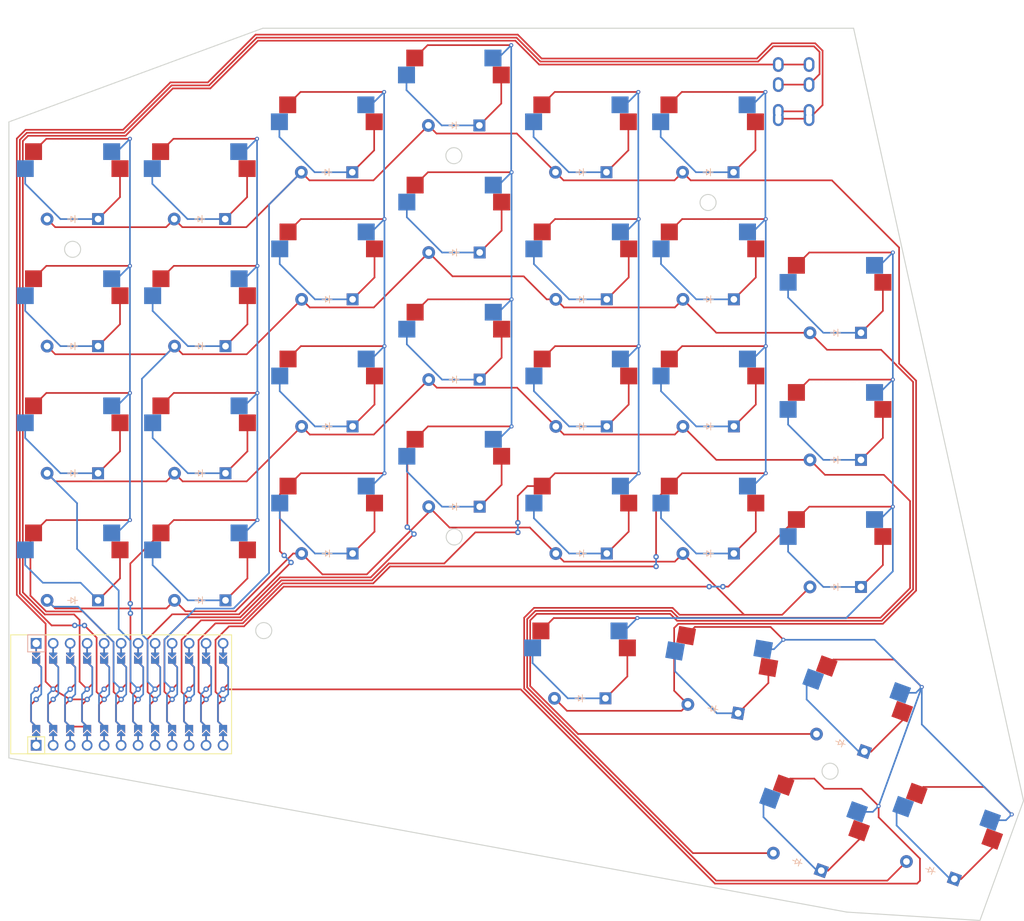
<source format=kicad_pcb>
(kicad_pcb (version 20211014) (generator pcbnew)
  (title_block (title "game_pcb") (rev "v1.0.0") (company "Unknown"))
  (layers (0 "F.Cu" signal) (31 "B.Cu" signal) (34 "B.Paste" user) (35 "F.Paste" user) (36 "B.SilkS" user "B.Silkscreen") (37 "F.SilkS" user "F.Silkscreen") (38 "B.Mask" user) (39 "F.Mask" user) (44 "Edge.Cuts" user))
  (net 0 "")
  (net 1 "pinky_bottom")
  (net 2 "P4")
  (net 3 "pinky_home")
  (net 4 "pinky_top")
  (net 5 "ring_bottom")
  (net 6 "P5")
  (net 7 "ring_home")
  (net 8 "ring_top")
  (net 9 "middle_bottom")
  (net 10 "P6")
  (net 11 "middle_home")
  (net 12 "middle_top")
  (net 13 "index_bottom")
  (net 14 "P7")
  (net 15 "index_home")
  (net 16 "index_top")
  (net 17 "inner_bottom")
  (net 18 "P8")
  (net 19 "inner_home")
  (net 20 "inner_top")
  (net 21 "extra_bottom")
  (net 22 "P9")
  (net 23 "extra_home")
  (net 24 "extra_top")
  (net 25 "pos1_wextra")
  (net 26 "pos2_cluster")
  (net 27 "P10")
  (net 28 "pos3_cluster")
  (net 29 "pos4_cluster")
  (net 30 "pos5_cluster")
  (net 31 "outer_bottom")
  (net 32 "P3")
  (net 33 "outer_home")
  (net 34 "outer_top")
  (net 35 "outer_num")
  (net 36 "pinky_num")
  (net 37 "ring_num")
  (net 38 "middle_num")
  (net 39 "index_num")
  (net 40 "inner_num")
  (net 41 "P20")
  (net 42 "P19")
  (net 43 "P18")
  (net 44 "P15")
  (net 45 "RAW")
  (net 46 "GND")
  (net 47 "RST")
  (net 48 "VCC")
  (net 49 "P21")
  (net 50 "P14")
  (net 51 "P16")
  (net 52 "P1")
  (net 53 "P0")
  (net 54 "P2")
  (footprint "MX" (layer "F.Cu") (at 175.62175 140.71)
    (fp_text reference "S7" hide)
    (fp_text value "" hide)
  )
  (footprint "VIA-0.6mm" (layer "F.Cu") (at 165.19425 121.71)
    (fp_text reference "")
    (fp_text value "")
  )
  (footprint "MX" (layer "F.Cu") (at 175.62175 102.71)
    (fp_text reference "S9" hide)
    (fp_text value "" hide)
  )
  (footprint "MX" (layer "F.Cu") (at 118.57175 97.71)
    (fp_text reference "S27" hide)
    (fp_text value "" hide)
  )
  (footprint "ComboDiode" (layer "F.Cu") (at 137.62175 121.71 180)
    (fp_text reference "D3" hide)
    (fp_text value "" hide)
  )
  (footprint "ComboDiode" (layer "F.Cu") (at 226.911649 198.808463 160)
    (fp_text reference "D22" hide)
    (fp_text value "" hide)
  )
  (footprint "VIA-0.6mm" (layer "F.Cu") (at 184.14425 76.71)
    (fp_text reference "")
    (fp_text value "")
  )
  (footprint "MX" (layer "F.Cu") (at 232.62175 133.71)
    (fp_text reference "S17" hide)
    (fp_text value "" hide)
  )
  (footprint "VIA-0.6mm" (layer "F.Cu") (at 224.829552 165.604945 -10)
    (fp_text reference "")
    (fp_text value "")
  )
  (footprint "VIA-0.6mm" (layer "F.Cu") (at 222.19425 140.71)
    (fp_text reference "")
    (fp_text value "")
  )
  (footprint "VIA-0.6mm" (layer "F.Cu") (at 127.14425 147.71)
    (fp_text reference "")
    (fp_text value "")
  )
  (footprint "MX" (layer "F.Cu") (at 156.57175 90.71)
    (fp_text reference "S29" hide)
    (fp_text value "" hide)
  )
  (footprint "VIA-0.6mm" (layer "F.Cu") (at 184.19425 133.71)
    (fp_text reference "")
    (fp_text value "")
  )
  (footprint "ComboDiode" (layer "F.Cu") (at 213.62175 114.71 180)
    (fp_text reference "D15" hide)
    (fp_text value "" hide)
  )
  (footprint "MX" (layer "F.Cu") (at 156.62175 109.71)
    (fp_text reference "S6" hide)
    (fp_text value "" hide)
  )
  (footprint "VIA-0.6mm" (layer "F.Cu") (at 203.19425 121.71)
    (fp_text reference "")
    (fp_text value "")
  )
  (footprint "MX" (layer "F.Cu") (at 194.62175 109.71)
    (fp_text reference "S12" hide)
    (fp_text value "" hide)
  )
  (footprint "MX" (layer "F.Cu") (at 235.07175 176.31 -20)
    (fp_text reference "S21" hide)
    (fp_text value "" hide)
  )
  (footprint "MX" (layer "F.Cu") (at 215.17175 171.01 -10)
    (fp_text reference "S20" hide)
    (fp_text value "" hide)
  )
  (footprint "VIA-0.6mm" (layer "F.Cu") (at 239.071406 190.464119 -20)
    (fp_text reference "")
    (fp_text value "")
  )
  (footprint "MX" (layer "F.Cu") (at 232.62175 152.71)
    (fp_text reference "S16" hide)
    (fp_text value "" hide)
  )
  (footprint "MX" (layer "F.Cu") (at 118.57175 154.71)
    (fp_text reference "S24" hide)
    (fp_text value "" hide)
  )
  (footprint "MX" (layer "F.Cu") (at 175.57175 83.71)
    (fp_text reference "S30" hide)
    (fp_text value "" hide)
  )
  (footprint "ComboDiode" (layer "F.Cu") (at 137.57175 102.71 180)
    (fp_text reference "D28" hide)
    (fp_text value "" hide)
  )
  (footprint "ComboDiode" (layer "F.Cu") (at 232.62175 138.71 180)
    (fp_text reference "D17" hide)
    (fp_text value "" hide)
  )
  (footprint "VIA-0.6mm" (layer "F.Cu") (at 241.19425 107.71)
    (fp_text reference "")
    (fp_text value "")
  )
  (footprint "ComboDiode" (layer "F.Cu") (at 232.62175 157.71 180)
    (fp_text reference "D16" hide)
    (fp_text value "" hide)
  )
  (footprint "VIA-0.6mm" (layer "F.Cu") (at 241.19425 145.71)
    (fp_text reference "")
    (fp_text value "")
  )
  (footprint "VIA-0.6mm" (layer "F.Cu") (at 222.19425 121.71)
    (fp_text reference "")
    (fp_text value "")
  )
  (footprint "VIA-0.6mm" (layer "F.Cu") (at 165.19425 140.71)
    (fp_text reference "")
    (fp_text value "")
  )
  (footprint "MX" (layer "F.Cu") (at 248.52175 195.36 -20)
    (fp_text reference "S23" hide)
    (fp_text value "" hide)
  )
  (footprint "MX" (layer "F.Cu") (at 213.62175 147.71)
    (fp_text reference "S13" hide)
    (fp_text value "" hide)
  )
  (footprint "MX" (layer "F.Cu") (at 156.62175 147.71)
    (fp_text reference "S4" hide)
    (fp_text value "" hide)
  )
  (footprint "ComboDiode" (layer "F.Cu") (at 118.57175 159.71 180)
    (fp_text reference "D24" hide)
    (fp_text value "" hide)
  )
  (footprint "ComboDiode" (layer "F.Cu") (at 214.303509 175.934039 170)
    (fp_text reference "D20" hide)
    (fp_text value "" hide)
  )
  (footprint "VIA-0.6mm" (layer "F.Cu") (at 222.14425 83.71)
    (fp_text reference "")
    (fp_text value "")
  )
  (footprint "MX" (layer "F.Cu") (at 137.57175 97.71)
    (fp_text reference "S28" hide)
    (fp_text value "" hide)
  )
  (footprint "ComboDiode" (layer "F.Cu") (at 213.62175 133.71 180)
    (fp_text reference "D14" hide)
    (fp_text value "" hide)
  )
  (footprint "ComboDiode" (layer "F.Cu") (at 156.62175 114.71 180)
    (fp_text reference "D6" hide)
    (fp_text value "" hide)
  )
  (footprint "VIA-0.6mm" (layer "F.Cu") (at 146.14425 90.71)
    (fp_text reference "")
    (fp_text value "")
  )
  (footprint "ComboDiode" (layer "F.Cu") (at 213.62175 152.71 180)
    (fp_text reference "D13" hide)
    (fp_text value "" hide)
  )
  (footprint "VIA-0.6mm" (layer "F.Cu") (at 146.19425 128.71)
    (fp_text reference "")
    (fp_text value "")
  )
  (footprint "ComboDiode" (layer "F.Cu") (at 175.62175 107.71 180)
    (fp_text reference "D9" hide)
    (fp_text value "" hide)
  )
  (footprint "MX" (layer "F.Cu") (at 137.62175 154.71)
    (fp_text reference "S1" hide)
    (fp_text value "" hide)
  )
  (footprint "MX" (layer "F.Cu") (at 137.62175 116.71)
    (fp_text reference "S3" hide)
    (fp_text value "" hide)
  )
  (footprint "VIA-0.6mm" (layer "F.Cu") (at 202.99425 162.36)
    (fp_text reference "")
    (fp_text value "")
  )
  (footprint "VIA-0.6mm" (layer "F.Cu") (at 127.14425 90.71)
    (fp_text reference "")
    (fp_text value "")
  )
  (footprint "MX" (layer "F.Cu") (at 228.62175 194.11 -20)
    (fp_text reference "S22" hide)
    (fp_text value "" hide)
  )
  (footprint "ComboDiode" (layer "F.Cu") (at 194.42175 174.36 180)
    (fp_text reference "D19" hide)
    (fp_text value "" hide)
  )
  (footprint "ComboDiode" (layer "F.Cu") (at 156.57175 95.71 180)
    (fp_text reference "D29" hide)
    (fp_text value "" hide)
  )
  (footprint "ComboDiode" (layer "F.Cu") (at 175.57175 88.71 180)
    (fp_text reference "D30" hide)
    (fp_text value "" hide)
  )
  (footprint "VIA-0.6mm" (layer "F.Cu") (at 184.19425 114.71)
    (fp_text reference "")
    (fp_text value "")
  )
  (footprint "ComboDiode" (layer "F.Cu") (at 156.62175 152.71 180)
    (fp_text reference "D4" hide)
    (fp_text value "" hide)
  )
  (footprint "MX" (layer "F.Cu") (at 118.57175 116.71)
    (fp_text reference "S26" hide)
    (fp_text value "" hide)
  )
  (footprint "ComboDiode" (layer "F.Cu") (at 194.62175 133.71 180)
    (fp_text reference "D11" hide)
    (fp_text value "" hide)
  )
  (footprint "MX" (layer "F.Cu") (at 118.57175 135.71)
    (fp_text reference "S25" hide)
    (fp_text value "" hide)
  )
  (footprint "ComboDiode" (layer "F.Cu") (at 213.57175 95.71 180)
    (fp_text reference "D32" hide)
    (fp_text value "" hide)
  )
  (footprint "ProMicro" (layer "F.Cu") (at 127.09675 173.76)
    (fp_text reference "MCU1" hide)
    (fp_text value "")
  )
  (footprint "ComboDiode" (layer "F.Cu") (at 137.62175 140.71 180)
    (fp_text reference "D2" hide)
    (fp_text value "" hide)
  )
  (footprint "MX" (layer "F.Cu") (at 156.62175 128.71)
    (fp_text reference "S5" hide)
    (fp_text value "" hide)
  )
  (footprint "ComboDiode" (layer "F.Cu") (at 118.57175 140.71 180)
    (fp_text reference "D25" hide)
    (fp_text value "" hide)
  )
  (footprint "VIA-0.6mm" (layer "F.Cu") (at 222.19425 102.71)
    (fp_text reference "")
    (fp_text value "")
  )
  (footprint "VIA-0.6mm" (layer "F.Cu") (at 203.19425 140.71)
    (fp_text reference "")
    (fp_text value "")
  )
  (footprint "VIA-0.6mm" (layer "F.Cu") (at 127.14425 109.71)
    (fp_text reference "")
    (fp_text value "")
  )
  (footprint "VIA-0.6mm" (layer "F.Cu") (at 258.971406 191.714119 -20)
    (fp_text reference "")
    (fp_text value "")
  )
  (footprint "ComboDiode" (layer "F.Cu") (at 118.57175 121.71 180)
    (fp_text reference "D26" hide)
    (fp_text value "" hide)
  )
  (footprint "VIA-0.6mm" (layer "F.Cu") (at 146.19425 147.71)
    (fp_text reference "")
    (fp_text value "")
  )
  (footprint "VIA-0.6mm" (layer "F.Cu") (at 146.19425 109.71)
    (fp_text reference "")
    (fp_text value "")
  )
  (footprint "MX" (layer "F.Cu") (at 194.62175 128.71)
    (fp_text reference "S11" hide)
    (fp_text value "" hide)
  )
  (footprint "VIA-0.6mm" (layer "F.Cu") (at 203.14425 83.71)
    (fp_text reference "")
    (fp_text value "")
  )
  (footprint "ComboDiode" (layer "F.Cu") (at 194.62175 152.71 180)
    (fp_text reference "D10" hide)
    (fp_text value "" hide)
  )
  (footprint "ComboDiode" (layer "F.Cu") (at 232.62175 119.71 180)
    (fp_text reference "D18" hide)
    (fp_text value "" hide)
  )
  (footprint "VIA-0.6mm" (layer "F.Cu") (at 241.19425 126.71)
    (fp_text reference "")
    (fp_text value "")
  )
  (footprint "VIA-0.6mm" (layer "F.Cu") (at 184.19425 95.71)
    (fp_text reference "")
    (fp_text value "")
  )
  (footprint "VIA-0.6mm" (layer "F.Cu") (at 165.14425 83.71)
    (fp_text reference "")
    (fp_text value "")
  )
  (footprint "MX" (layer "F.Cu") (at 213.57175 90.71)
    (fp_text reference "S32" hide)
    (fp_text value "" hide)
  )
  (footprint "ComboDiode" (layer "F.Cu") (at 246.811649 200.058463 160)
    (fp_text reference "D23" hide)
    (fp_text value "" hide)
  )
  (footprint "ComboDiode" (layer "F.Cu") (at 194.62175 114.71 180)
    (fp_text reference "D12" hide)
    (fp_text value "" hide)
  )
  (footprint "MX" (layer "F.Cu") (at 175.62175 121.71)
    (fp_text reference "S8" hide)
    (fp_text value "" hide)
  )
  (footprint "MX" (layer "F.Cu") (at 232.62175 114.71)
    (fp_text reference "S18" hide)
    (fp_text value "" hide)
  )
  (footprint "ComboDiode" (layer "F.Cu") (at 118.57175 102.71 180)
    (fp_text reference "D27" hide)
    (fp_text value "" hide)
  )
  (footprint "MX" (layer "F.Cu") (at 137.62175 135.71)
    (fp_text reference "S2" hide)
    (fp_text value "" hide)
  )
  (footprint "ComboDiode" (layer "F.Cu") (at 137.62175 159.71 180)
    (fp_text reference "D1" hide)
    (fp_text value "" hide)
  )
  (footprint "MX" (layer "F.Cu") (at 194.57175 90.71)
    (fp_text reference "S31" hide)
    (fp_text value "" hide)
  )
  (footprint "ComboDiode" (layer "F.Cu") (at 175.62175 145.71 180)
    (fp_text reference "D7" hide)
    (fp_text value "" hide)
  )
  (footprint "ComboDiode" (layer "F.Cu") (at 175.62175 126.71 180)
    (fp_text reference "D8" hide)
    (fp_text value "" hide)
  )
  (footprint "VIA-0.6mm" (layer "F.Cu") (at 245.521406 172.664119 -20)
    (fp_text reference "")
    (fp_text value "")
  )
  (footprint "VIA-0.6mm" (layer "F.Cu") (at 203.19425 102.71)
    (fp_text reference "")
    (fp_text value "")
  )
  (footprint "MX" (layer "F.Cu") (at 194.42175 169.36)
    (fp_text reference "S19" hide)
    (fp_text value "" hide)
  )
  (footprint "ComboDiode" (layer "F.Cu") (at 233.361649 181.008463 160)
    (fp_text reference "D21" hide)
    (fp_text value "" hide)
  )
  (footprint "TRRS-PJ-320A-dual" (layer "F.Cu") (at 228.67175 76.41)
    (fp_text reference "TRRS1")
    (fp_text value "TRRS-PJ-320A-dual")
  )
  (footprint "ComboDiode" (layer "F.Cu") (at 156.62175 133.71 180)
    (fp_text reference "D5" hide)
    (fp_text value "" hide)
  )
  (footprint "ComboDiode" (layer "F.Cu") (at 194.57175 95.71 180)
    (fp_text reference "D31" hide)
    (fp_text value "" hide)
  )
  (footprint "MX" (layer "F.Cu") (at 213.62175 128.71)
    (fp_text reference "S14" hide)
    (fp_text value "" hide)
  )
  (footprint "MX" (layer "F.Cu") (at 213.62175 109.71)
    (fp_text reference "S15" hide)
    (fp_text value "" hide)
  )
  (footprint "MX" (layer "F.Cu") (at 194.62175 147.71)
    (fp_text reference "S10" hide)
    (fp_text value "" hide)
  )
  (footprint "VIA-0.6mm" (layer "F.Cu") (at 127.14425 128.71)
    (fp_text reference "")
    (fp_text value "")
  )
  (footprint "VIA-0.6mm" (layer "F.Cu") (at 165.19425 102.71)
    (fp_text reference "")
    (fp_text value "")
  )
  (gr_circle (center 147.14675 164.235) (end 148.34675 164.235) (layer "Edge.Cuts") (width 0.15) (fill none))
  (gr_circle (center 231.814008 185.260572) (end 233.014008 185.260572) (layer "Edge.Cuts") (width 0.15) (fill none))
  (gr_circle (center 175.62175 150.235) (end 176.82175 150.235) (layer "Edge.Cuts") (width 0.15) (fill none))
  (gr_line (start 109.04675 88.185) (end 109.04675 183.285) (layer "Edge.Cuts") (width 0.15))
  (gr_circle (center 213.57175 100.235) (end 214.77175 100.235) (layer "Edge.Cuts") (width 0.15) (fill none))
  (gr_line (start 234.31458 206.318314) (end 254.21458 207.568314) (layer "Edge.Cuts") (width 0.15))
  (gr_line (start 146.99675 74.185) (end 235.327764 74.185) (layer "Edge.Cuts") (width 0.15))
  (gr_circle (center 118.57175 107.235) (end 119.77175 107.235) (layer "Edge.Cuts") (width 0.15) (fill none))
  (gr_line (start 254.21458 207.568314) (end 260.730064 189.66717) (layer "Edge.Cuts") (width 0.15))
  (gr_circle (center 175.57175 93.235) (end 176.77175 93.235) (layer "Edge.Cuts") (width 0.15) (fill none))
  (gr_line (start 146.99675 74.185) (end 109.04675 88.185) (layer "Edge.Cuts") (width 0.15))
  (gr_line (start 260.730064 189.66717) (end 235.327764 74.185) (layer "Edge.Cuts") (width 0.15))
  (gr_line (start 109.04675 183.285) (end 234.31458 206.318314) (layer "Edge.Cuts") (width 0.15))
  (segment (start 144.70675 156.435) (end 141.43175 159.71) (width 0.25) (layer "F.Cu") (net 1))
  (segment (start 144.70675 152.17) (end 144.70675 156.435) (width 0.25) (layer "F.Cu") (net 1))
  (segment (start 130.53675 152.17) (end 130.53675 154.438008) (width 0.25) (layer "B.Cu") (net 1))
  (segment (start 130.53675 154.438008) (end 135.808742 159.71) (width 0.25) (layer "B.Cu") (net 1))
  (segment (start 135.808742 159.71) (end 141.43175 159.71) (width 0.25) (layer "B.Cu") (net 1))
  (segment (start 131.72975 92.63) (end 133.64975 90.71) (width 0.25) (layer "F.Cu") (net 2))
  (segment (start 131.77975 111.63) (end 133.69975 109.71) (width 0.25) (layer "F.Cu") (net 2))
  (segment (start 133.69975 109.71) (end 146.19425 109.71) (width 0.25) (layer "F.Cu") (net 2))
  (segment (start 127.22 161.648011) (end 127.22 173.37525) (width 0.25) (layer "F.Cu") (net 2))
  (segment (start 131.77975 130.63) (end 133.69975 128.71) (width 0.25) (layer "F.Cu") (net 2))
  (segment (start 133.69975 147.71) (end 146.19425 147.71) (width 0.25) (layer "F.Cu") (net 2))
  (segment (start 127.2 154.20975) (end 127.2 160.199011) (width 0.25) (layer "F.Cu") (net 2))
  (segment (start 131.77975 149.63) (end 127.2 154.20975) (width 0.25) (layer "F.Cu") (net 2))
  (segment (start 131.77975 149.63) (end 133.69975 147.71) (width 0.25) (layer "F.Cu") (net 2))
  (segment (start 133.64975 90.71) (end 146.14425 90.71) (width 0.25) (layer "F.Cu") (net 2))
  (segment (start 133.69975 128.71) (end 146.19425 128.71) (width 0.25) (layer "F.Cu") (net 2))
  (segment (start 127.22 173.37525) (end 128.36675 174.522) (width 0.25) (layer "F.Cu") (net 2))
  (via (at 127.2 160.199011) (size 0.8) (drill 0.4) (layers "F.Cu" "B.Cu") (net 2))
  (via (at 127.22 161.648011) (size 0.8) (drill 0.4) (layers "F.Cu" "B.Cu") (net 2))
  (segment (start 127.2 161.628011) (end 127.22 161.648011) (width 0.25) (layer "B.Cu") (net 2))
  (segment (start 143.41375 92.63) (end 144.22425 92.63) (width 0.25) (layer "B.Cu") (net 2))
  (segment (start 146.14425 90.71) (end 146.14425 109.66) (width 0.25) (layer "B.Cu") (net 2))
  (segment (start 127.2 160.199011) (end 127.2 161.628011) (width 0.25) (layer "B.Cu") (net 2))
  (segment (start 144.27425 149.63) (end 146.19425 147.71) (width 0.25) (layer "B.Cu") (net 2))
  (segment (start 144.27425 130.63) (end 146.19425 128.71) (width 0.25) (layer "B.Cu") (net 2))
  (segment (start 146.19425 109.71) (end 146.19425 128.71) (width 0.25) (layer "B.Cu") (net 2))
  (segment (start 143.46375 111.63) (end 144.27425 111.63) (width 0.25) (layer "B.Cu") (net 2))
  (segment (start 146.14425 109.66) (end 146.19425 109.71) (width 0.25) (layer "B.Cu") (net 2))
  (segment (start 143.46375 149.63) (end 144.27425 149.63) (width 0.25) (layer "B.Cu") (net 2))
  (segment (start 143.46375 130.63) (end 144.27425 130.63) (width 0.25) (layer "B.Cu") (net 2))
  (segment (start 144.22425 92.63) (end 146.14425 90.71) (width 0.25) (layer "B.Cu") (net 2))
  (segment (start 146.19425 147.71) (end 146.19425 128.71) (width 0.25) (layer "B.Cu") (net 2))
  (segment (start 144.27425 111.63) (end 146.19425 109.71) (width 0.25) (layer "B.Cu") (net 2))
  (segment (start 144.70675 137.435) (end 141.43175 140.71) (width 0.25) (layer "F.Cu") (net 3))
  (segment (start 144.70675 133.17) (end 144.70675 137.435) (width 0.25) (layer "F.Cu") (net 3))
  (segment (start 130.53675 133.17) (end 130.53675 135.438008) (width 0.25) (layer "B.Cu") (net 3))
  (segment (start 135.808742 140.71) (end 141.43175 140.71) (width 0.25) (layer "B.Cu") (net 3))
  (segment (start 130.53675 135.438008) (end 135.808742 140.71) (width 0.25) (layer "B.Cu") (net 3))
  (segment (start 144.70675 114.17) (end 144.70675 118.435) (width 0.25) (layer "F.Cu") (net 4))
  (segment (start 144.70675 118.435) (end 141.43175 121.71) (width 0.25) (layer "F.Cu") (net 4))
  (segment (start 135.808742 121.71) (end 141.43175 121.71) (width 0.25) (layer "B.Cu") (net 4))
  (segment (start 130.53675 114.17) (end 130.53675 116.438008) (width 0.25) (layer "B.Cu") (net 4))
  (segment (start 130.53675 116.438008) (end 135.808742 121.71) (width 0.25) (layer "B.Cu") (net 4))
  (segment (start 163.70675 149.435) (end 160.43175 152.71) (width 0.25) (layer "F.Cu") (net 5))
  (segment (start 163.70675 145.17) (end 163.70675 149.435) (width 0.25) (layer "F.Cu") (net 5))
  (segment (start 154.808742 152.71) (end 160.43175 152.71) (width 0.25) (layer "B.Cu") (net 5))
  (segment (start 149.53675 147.438008) (end 154.808742 152.71) (width 0.25) (layer "B.Cu") (net 5))
  (segment (start 149.53675 145.17) (end 149.53675 147.438008) (width 0.25) (layer "B.Cu") (net 5))
  (segment (start 129.782239 165.477761) (end 129.782239 173.397489) (width 0.25) (layer "F.Cu") (net 6))
  (segment (start 129.782239 173.397489) (end 130.90675 174.522) (width 0.25) (layer "F.Cu") (net 6))
  (segment (start 152.64975 83.71) (end 165.14425 83.71) (width 0.25) (layer "F.Cu") (net 6))
  (segment (start 150.77975 142.63) (end 152.69975 140.71) (width 0.25) (layer "F.Cu") (net 6))
  (segment (start 150.77975 104.63) (end 152.69975 102.71) (width 0.25) (layer "F.Cu") (net 6))
  (segment (start 150.2 153) (end 149.563576 152.363576) (width 0.25) (layer "F.Cu") (net 6))
  (segment (start 143.45 161.8) (end 133.46 161.8) (width 0.25) (layer "F.Cu") (net 6))
  (segment (start 152.69975 121.71) (end 165.19425 121.71) (width 0.25) (layer "F.Cu") (net 6))
  (segment (start 150.77975 123.63) (end 152.69975 121.71) (width 0.25) (layer "F.Cu") (net 6))
  (segment (start 152.69975 102.71) (end 165.19425 102.71) (width 0.25) (layer "F.Cu") (net 6))
  (segment (start 149.563576 143.846174) (end 150.77975 142.63) (width 0.25) (layer "F.Cu") (net 6))
  (segment (start 150.72975 85.63) (end 152.64975 83.71) (width 0.25) (layer "F.Cu") (net 6))
  (segment (start 152.69975 140.71) (end 165.19425 140.71) (width 0.25) (layer "F.Cu") (net 6))
  (segment (start 151.227299 154.047299) (end 151.202701 154.047299) (width 0.25) (layer "F.Cu") (net 6))
  (segment (start 149.563576 152.363576) (end 149.563576 143.846174) (width 0.25) (layer "F.Cu") (net 6))
  (segment (start 151.202701 154.047299) (end 143.45 161.8) (width 0.25) (layer "F.Cu") (net 6))
  (segment (start 133.46 161.8) (end 129.782239 165.477761) (width 0.25) (layer "F.Cu") (net 6))
  (via (at 151.227299 154.047299) (size 0.8) (drill 0.4) (layers "F.Cu" "B.Cu") (net 6))
  (via (at 150.2 153) (size 0.8) (drill 0.4) (layers "F.Cu" "B.Cu") (net 6))
  (segment (start 165.19425 102.71) (end 165.19425 121.71) (width 0.25) (layer "B.Cu") (net 6))
  (segment (start 165.14425 83.71) (end 165.14425 102.66) (width 0.25) (layer "B.Cu") (net 6))
  (segment (start 162.46375 142.63) (end 163.27425 142.63) (width 0.25) (layer "B.Cu") (net 6))
  (segment (start 165.14425 102.66) (end 165.19425 102.71) (width 0.25) (layer "B.Cu") (net 6))
  (segment (start 162.41375 85.63) (end 163.22425 85.63) (width 0.25) (layer "B.Cu") (net 6))
  (segment (start 163.27425 104.63) (end 165.19425 102.71) (width 0.25) (layer "B.Cu") (net 6))
  (segment (start 162.46375 104.63) (end 163.27425 104.63) (width 0.25) (layer "B.Cu") (net 6))
  (segment (start 163.27425 142.63) (end 165.19425 140.71) (width 0.25) (layer "B.Cu") (net 6))
  (segment (start 165.19425 121.71) (end 165.19425 140.71) (width 0.25) (layer "B.Cu") (net 6))
  (segment (start 150.2 153.02) (end 150.2 153) (width 0.25) (layer "B.Cu") (net 6))
  (segment (start 163.22425 85.63) (end 165.14425 83.71) (width 0.25) (layer "B.Cu") (net 6))
  (segment (start 151.227299 154.047299) (end 150.2 153.02) (width 0.25) (layer "B.Cu") (net 6))
  (segment (start 163.27425 123.63) (end 165.19425 121.71) (width 0.25) (layer "B.Cu") (net 6))
  (segment (start 162.46375 123.63) (end 163.27425 123.63) (width 0.25) (layer "B.Cu") (net 6))
  (segment (start 163.70675 130.435) (end 160.43175 133.71) (width 0.25) (layer "F.Cu") (net 7))
  (segment (start 163.70675 126.17) (end 163.70675 130.435) (width 0.25) (layer "F.Cu") (net 7))
  (segment (start 154.808742 133.71) (end 160.43175 133.71) (width 0.25) (layer "B.Cu") (net 7))
  (segment (start 149.53675 126.17) (end 149.53675 128.438008) (width 0.25) (layer "B.Cu") (net 7))
  (segment (start 149.53675 128.438008) (end 154.808742 133.71) (width 0.25) (layer "B.Cu") (net 7))
  (segment (start 163.70675 107.17) (end 163.70675 111.435) (width 0.25) (layer "F.Cu") (net 8))
  (segment (start 163.70675 111.435) (end 160.43175 114.71) (width 0.25) (layer "F.Cu") (net 8))
  (segment (start 154.808742 114.71) (end 160.43175 114.71) (width 0.25) (layer "B.Cu") (net 8))
  (segment (start 149.53675 109.438008) (end 154.808742 114.71) (width 0.25) (layer "B.Cu") (net 8))
  (segment (start 149.53675 107.17) (end 149.53675 109.438008) (width 0.25) (layer "B.Cu") (net 8))
  (segment (start 182.70675 142.435) (end 179.43175 145.71) (width 0.25) (layer "F.Cu") (net 9))
  (segment (start 182.70675 138.17) (end 182.70675 142.435) (width 0.25) (layer "F.Cu") (net 9))
  (segment (start 173.808742 145.71) (end 179.43175 145.71) (width 0.25) (layer "B.Cu") (net 9))
  (segment (start 168.53675 138.17) (end 168.53675 140.438008) (width 0.25) (layer "B.Cu") (net 9))
  (segment (start 168.53675 140.438008) (end 173.808742 145.71) (width 0.25) (layer "B.Cu") (net 9))
  (segment (start 171.69975 133.71) (end 184.19425 133.71) (width 0.25) (layer "F.Cu") (net 10))
  (segment (start 132.29 173.36525) (end 133.44675 174.522) (width 0.25) (layer "F.Cu") (net 10))
  (segment (start 169.77975 135.63) (end 171.69975 133.71) (width 0.25) (layer "F.Cu") (net 10))
  (segment (start 171.64975 76.71) (end 184.14425 76.71) (width 0.25) (layer "F.Cu") (net 10))
  (segment (start 149.605718 156.28) (end 143.636197 162.24952) (width 0.25) (layer "F.Cu") (net 10))
  (segment (start 171.69975 95.71) (end 184.19425 95.71) (width 0.25) (layer "F.Cu") (net 10))
  (segment (start 163.12888 156.28) (end 149.605718 156.28) (width 0.25) (layer "F.Cu") (net 10))
  (segment (start 169.77975 97.63) (end 171.69975 95.71) (width 0.25) (layer "F.Cu") (net 10))
  (segment (start 169.77975 116.63) (end 171.69975 114.71) (width 0.25) (layer "F.Cu") (net 10))
  (segment (start 168.618576 136.791174) (end 169.77975 135.63) (width 0.25) (layer "F.Cu") (net 10))
  (segment (start 168.599842 148.759842) (end 168.618576 148.741108) (width 0.25) (layer "F.Cu") (net 10))
  (segment (start 171.69975 114.71) (end 184.19425 114.71) (width 0.25) (layer "F.Cu") (net 10))
  (segment (start 143.636197 162.24952) (end 135.63048 162.24952) (width 0.25) (layer "F.Cu") (net 10))
  (segment (start 135.63048 162.24952) (end 132.29 165.59) (width 0.25) (layer "F.Cu") (net 10))
  (segment (start 169.72975 78.63) (end 171.64975 76.71) (width 0.25) (layer "F.Cu") (net 10))
  (segment (start 169.60944 149.79944) (end 163.12888 156.28) (width 0.25) (layer "F.Cu") (net 10))
  (segment (start 132.29 165.59) (end 132.29 173.36525) (width 0.25) (layer "F.Cu") (net 10))
  (segment (start 168.618576 148.741108) (end 168.618576 136.791174) (width 0.25) (layer "F.Cu") (net 10))
  (via (at 169.60944 149.79944) (size 0.8) (drill 0.4) (layers "F.Cu" "B.Cu") (net 10))
  (via (at 168.599842 148.759842) (size 0.8) (drill 0.4) (layers "F.Cu" "B.Cu") (net 10))
  (segment (start 184.14425 76.71) (end 184.14425 95.66) (width 0.25) (layer "B.Cu") (net 10))
  (segment (start 169.60944 149.79944) (end 169.60944 149.76944) (width 0.25) (layer "B.Cu") (net 10))
  (segment (start 182.27425 116.63) (end 184.19425 114.71) (width 0.25) (layer "B.Cu") (net 10))
  (segment (start 181.41375 78.63) (end 182.22425 78.63) (width 0.25) (layer "B.Cu") (net 10))
  (segment (start 181.46375 97.63) (end 182.27425 97.63) (width 0.25) (layer "B.Cu") (net 10))
  (segment (start 181.46375 135.63) (end 182.27425 135.63) (width 0.25) (layer "B.Cu") (net 10))
  (segment (start 182.27425 135.63) (end 184.19425 133.71) (width 0.25) (layer "B.Cu") (net 10))
  (segment (start 182.22425 78.63) (end 184.14425 76.71) (width 0.25) (layer "B.Cu") (net 10))
  (segment (start 169.60944 149.76944) (end 168.599842 148.759842) (width 0.25) (layer "B.Cu") (net 10))
  (segment (start 181.46375 116.63) (end 182.27425 116.63) (width 0.25) (layer "B.Cu") (net 10))
  (segment (start 184.14425 95.66) (end 184.19425 95.71) (width 0.25) (layer "B.Cu") (net 10))
  (segment (start 184.19425 114.71) (end 184.19425 95.71) (width 0.25) (layer "B.Cu") (net 10))
  (segment (start 182.27425 97.63) (end 184.19425 95.71) (width 0.25) (layer "B.Cu") (net 10))
  (segment (start 184.19425 133.71) (end 184.19425 114.71) (width 0.25) (layer "B.Cu") (net 10))
  (segment (start 182.70675 123.435) (end 179.43175 126.71) (width 0.25) (layer "F.Cu") (net 11))
  (segment (start 182.70675 119.17) (end 182.70675 123.435) (width 0.25) (layer "F.Cu") (net 11))
  (segment (start 168.53675 121.438008) (end 173.808742 126.71) (width 0.25) (layer "B.Cu") (net 11))
  (segment (start 168.53675 119.17) (end 168.53675 121.438008) (width 0.25) (layer "B.Cu") (net 11))
  (segment (start 173.808742 126.71) (end 179.43175 126.71) (width 0.25) (layer "B.Cu") (net 11))
  (segment (start 182.70675 104.435) (end 179.43175 107.71) (width 0.25) (layer "F.Cu") (net 12))
  (segment (start 182.70675 100.17) (end 182.70675 104.435) (width 0.25) (layer "F.Cu") (net 12))
  (segment (start 168.53675 100.17) (end 168.53675 102.438008) (width 0.25) (layer "B.Cu") (net 12))
  (segment (start 168.53675 102.438008) (end 173.808742 107.71) (width 0.25) (layer "B.Cu") (net 12))
  (segment (start 173.808742 107.71) (end 179.43175 107.71) (width 0.25) (layer "B.Cu") (net 12))
  (segment (start 201.70675 145.17) (end 201.70675 149.435) (width 0.25) (layer "F.Cu") (net 13))
  (segment (start 201.70675 149.435) (end 198.43175 152.71) (width 0.25) (layer "F.Cu") (net 13))
  (segment (start 187.53675 147.438008) (end 192.808742 152.71) (width 0.25) (layer "B.Cu") (net 13))
  (segment (start 192.808742 152.71) (end 198.43175 152.71) (width 0.25) (layer "B.Cu") (net 13))
  (segment (start 187.53675 145.17) (end 187.53675 147.438008) (width 0.25) (layer "B.Cu") (net 13))
  (segment (start 165.846107 154.198491) (end 163.315077 156.72952) (width 0.25) (layer "F.Cu") (net 14))
  (segment (start 188.77975 123.63) (end 190.69975 121.71) (width 0.25) (layer "F.Cu") (net 14))
  (segment (start 137.77096 162.69904) (end 134.862239 165.607761) (width 0.25) (layer "F.Cu") (net 14))
  (segment (start 188.77975 142.63) (end 186.58 142.63) (width 0.25) (layer "F.Cu") (net 14))
  (segment (start 188.77975 142.63) (end 190.69975 140.71) (width 0.25) (layer "F.Cu") (net 14))
  (segment (start 185.12 148.081636) (end 185.14 148.101636) (width 0.25) (layer "F.Cu") (net 14))
  (segment (start 185.12 144.09) (end 185.12 148.081636) (width 0.25) (layer "F.Cu") (net 14))
  (segment (start 185.14 149.550636) (end 178.779364 149.550636) (width 0.25) (layer "F.Cu") (net 14))
  (segment (start 163.315077 156.72952) (end 149.791916 156.72952) (width 0.25) (layer "F.Cu") (net 14))
  (segment (start 149.791916 156.72952) (end 143.822394 162.69904) (width 0.25) (layer "F.Cu") (net 14))
  (segment (start 174.131509 154.198491) (end 165.846107 154.198491) (width 0.25) (layer "F.Cu") (net 14))
  (segment (start 190.69975 121.71) (end 203.19425 121.71) (width 0.25) (layer "F.Cu") (net 14))
  (segment (start 190.64975 83.71) (end 203.14425 83.71) (width 0.25) (layer "F.Cu") (net 14))
  (segment (start 134.862239 165.607761) (end 134.862239 173.397489) (width 0.25) (layer "F.Cu") (net 14))
  (segment (start 134.862239 173.397489) (end 135.98675 174.522) (width 0.25) (layer "F.Cu") (net 14))
  (segment (start 190.69975 102.71) (end 203.19425 102.71) (width 0.25) (layer "F.Cu") (net 14))
  (segment (start 143.822394 162.69904) (end 137.77096 162.69904) (width 0.25) (layer "F.Cu") (net 14))
  (segment (start 188.77975 104.63) (end 190.69975 102.71) (width 0.25) (layer "F.Cu") (net 14))
  (segment (start 186.58 142.63) (end 185.12 144.09) (width 0.25) (layer "F.Cu") (net 14))
  (segment (start 178.779364 149.550636) (end 174.131509 154.198491) (width 0.25) (layer "F.Cu") (net 14))
  (segment (start 190.69975 140.71) (end 203.19425 140.71) (width 0.25) (layer "F.Cu") (net 14))
  (segment (start 188.72975 85.63) (end 190.64975 83.71) (width 0.25) (layer "F.Cu") (net 14))
  (via (at 185.14 149.550636) (size 0.8) (drill 0.4) (layers "F.Cu" "B.Cu") (net 14))
  (via (at 185.14 148.101636) (size 0.8) (drill 0.4) (layers "F.Cu" "B.Cu") (net 14))
  (segment (start 200.46375 123.63) (end 201.27425 123.63) (width 0.25) (layer "B.Cu") (net 14))
  (segment (start 200.46375 142.63) (end 201.27425 142.63) (width 0.25) (layer "B.Cu") (net 14))
  (segment (start 185.14 148.101636) (end 185.14 149.550636) (width 0.25) (layer "B.Cu") (net 14))
  (segment (start 203.14425 102.66) (end 203.19425 102.71) (width 0.25) (layer "B.Cu") (net 14))
  (segment (start 203.14425 83.71) (end 203.14425 102.66) (width 0.25) (layer "B.Cu") (net 14))
  (segment (start 203.19425 102.71) (end 203.19425 121.71) (width 0.25) (layer "B.Cu") (net 14))
  (segment (start 201.22425 85.63) (end 203.14425 83.71) (width 0.25) (layer "B.Cu") (net 14))
  (segment (start 200.41375 85.63) (end 201.22425 85.63) (width 0.25) (layer "B.Cu") (net 14))
  (segment (start 201.27425 142.63) (end 203.19425 140.71) (width 0.25) (layer "B.Cu") (net 14))
  (segment (start 201.27425 104.63) (end 203.19425 102.71) (width 0.25) (layer "B.Cu") (net 14))
  (segment (start 201.27425 123.63) (end 203.19425 121.71) (width 0.25) (layer "B.Cu") (net 14))
  (segment (start 200.46375 104.63) (end 201.27425 104.63) (width 0.25) (layer "B.Cu") (net 14))
  (segment (start 203.19425 121.71) (end 203.19425 140.71) (width 0.25) (layer "B.Cu") (net 14))
  (segment (start 201.70675 130.435) (end 198.43175 133.71) (width 0.25) (layer "F.Cu") (net 15))
  (segment (start 201.70675 126.17) (end 201.70675 130.435) (width 0.25) (layer "F.Cu") (net 15))
  (segment (start 192.808742 133.71) (end 198.43175 133.71) (width 0.25) (layer "B.Cu") (net 15))
  (segment (start 187.53675 128.438008) (end 192.808742 133.71) (width 0.25) (layer "B.Cu") (net 15))
  (segment (start 187.53675 126.17) (end 187.53675 128.438008) (width 0.25) (layer "B.Cu") (net 15))
  (segment (start 201.70675 107.17) (end 201.70675 111.435) (width 0.25) (layer "F.Cu") (net 16))
  (segment (start 201.70675 111.435) (end 198.43175 114.71) (width 0.25) (layer "F.Cu") (net 16))
  (segment (start 187.53675 107.17) (end 187.53675 109.438008) (width 0.25) (layer "B.Cu") (net 16))
  (segment (start 192.808742 114.71) (end 198.43175 114.71) (width 0.25) (layer "B.Cu") (net 16))
  (segment (start 187.53675 109.438008) (end 192.808742 114.71) (width 0.25) (layer "B.Cu") (net 16))
  (segment (start 220.70675 145.17) (end 220.70675 149.435) (width 0.25) (layer "F.Cu") (net 17))
  (segment (start 220.70675 149.435) (end 217.43175 152.71) (width 0.25) (layer "F.Cu") (net 17))
  (segment (start 211.808742 152.71) (end 217.43175 152.71) (width 0.25) (layer "B.Cu") (net 17))
  (segment (start 206.53675 145.17) (end 206.53675 147.438008) (width 0.25) (layer "B.Cu") (net 17))
  (segment (start 206.53675 147.438008) (end 211.808742 152.71) (width 0.25) (layer "B.Cu") (net 17))
  (segment (start 209.64975 83.71) (end 222.14425 83.71) (width 0.25) (layer "F.Cu") (net 18))
  (segment (start 205.8 144.60975) (end 205.8 153.199011) (width 0.25) (layer "F.Cu") (net 18))
  (segment (start 207.77975 142.63) (end 205.8 144.60975) (width 0.25) (layer "F.Cu") (net 18))
  (segment (start 205.8 154.648011) (end 166.032305 154.648011) (width 0.25) (layer "F.Cu") (net 18))
  (segment (start 139.92789 163.14856) (end 137.402239 165.674211) (width 0.25) (layer "F.Cu") (net 18))
  (segment (start 137.402239 165.674211) (end 137.402239 173.397489) (width 0.25) (layer "F.Cu") (net 18))
  (segment (start 149.978114 157.17904) (end 144.008591 163.14856) (width 0.25) (layer "F.Cu") (net 18))
  (segment (start 207.77975 104.63) (end 209.69975 102.71) (width 0.25) (layer "F.Cu") (net 18))
  (segment (start 209.69975 102.71) (end 222.19425 102.71) (width 0.25) (layer "F.Cu") (net 18))
  (segment (start 163.501274 157.17904) (end 149.978114 157.17904) (width 0.25) (layer "F.Cu") (net 18))
  (segment (start 209.69975 121.71) (end 222.19425 121.71) (width 0.25) (layer "F.Cu") (net 18))
  (segment (start 166.032305 154.648011) (end 163.501274 157.17904) (width 0.25) (layer "F.Cu") (net 18))
  (segment (start 137.402239 173.397489) (end 138.52675 174.522) (width 0.25) (layer "F.Cu") (net 18))
  (segment (start 207.72975 85.63) (end 209.64975 83.71) (width 0.25) (layer "F.Cu") (net 18))
  (segment (start 144.008591 163.14856) (end 139.92789 163.14856) (width 0.25) (layer "F.Cu") (net 18))
  (segment (start 207.77975 123.63) (end 209.69975 121.71) (width 0.25) (layer "F.Cu") (net 18))
  (segment (start 209.69975 140.71) (end 222.19425 140.71) (width 0.25) (layer "F.Cu") (net 18))
  (segment (start 207.77975 142.63) (end 209.69975 140.71) (width 0.25) (layer "F.Cu") (net 18))
  (via (at 205.8 154.648011) (size 0.8) (drill 0.4) (layers "F.Cu" "B.Cu") (net 18))
  (via (at 205.8 153.199011) (size 0.8) (drill 0.4) (layers "F.Cu" "B.Cu") (net 18))
  (segment (start 219.46375 104.63) (end 220.27425 104.63) (width 0.25) (layer "B.Cu") (net 18))
  (segment (start 222.19425 102.71) (end 222.19425 121.71) (width 0.25) (layer "B.Cu") (net 18))
  (segment (start 219.46375 142.63) (end 220.27425 142.63) (width 0.25) (layer "B.Cu") (net 18))
  (segment (start 220.27425 142.63) (end 222.19425 140.71) (width 0.25) (layer "B.Cu") (net 18))
  (segment (start 222.14425 102.66) (end 222.19425 102.71) (width 0.25) (layer "B.Cu") (net 18))
  (segment (start 220.27425 123.63) (end 222.19425 121.71) (width 0.25) (layer "B.Cu") (net 18))
  (segment (start 220.27425 104.63) (end 222.19425 102.71) (width 0.25) (layer "B.Cu") (net 18))
  (segment (start 219.46375 123.63) (end 220.27425 123.63) (width 0.25) (layer "B.Cu") (net 18))
  (segment (start 222.14425 83.71) (end 222.14425 102.66) (width 0.25) (layer "B.Cu") (net 18))
  (segment (start 220.22425 85.63) (end 222.14425 83.71) (width 0.25) (layer "B.Cu") (net 18))
  (segment (start 205.8 153.199011) (end 205.8 154.648011) (width 0.25) (layer "B.Cu") (net 18))
  (segment (start 219.41375 85.63) (end 220.22425 85.63) (width 0.25) (layer "B.Cu") (net 18))
  (segment (start 222.19425 140.71) (end 222.19425 121.71) (width 0.25) (layer "B.Cu") (net 18))
  (segment (start 220.70675 126.17) (end 220.70675 130.435) (width 0.25) (layer "F.Cu") (net 19))
  (segment (start 220.70675 130.435) (end 217.43175 133.71) (width 0.25) (layer "F.Cu") (net 19))
  (segment (start 206.53675 126.17) (end 206.53675 128.438008) (width 0.25) (layer "B.Cu") (net 19))
  (segment (start 211.808742 133.71) (end 217.43175 133.71) (width 0.25) (layer "B.Cu") (net 19))
  (segment (start 206.53675 128.438008) (end 211.808742 133.71) (width 0.25) (layer "B.Cu") (net 19))
  (segment (start 220.70675 111.435) (end 217.43175 114.71) (width 0.25) (layer "F.Cu") (net 20))
  (segment (start 220.70675 107.17) (end 220.70675 111.435) (width 0.25) (layer "F.Cu") (net 20))
  (segment (start 206.53675 107.17) (end 206.53675 109.438008) (width 0.25) (layer "B.Cu") (net 20))
  (segment (start 211.808742 114.71) (end 217.43175 114.71) (width 0.25) (layer "B.Cu") (net 20))
  (segment (start 206.53675 109.438008) (end 211.808742 114.71) (width 0.25) (layer "B.Cu") (net 20))
  (segment (start 239.70675 150.17) (end 239.70675 154.435) (width 0.25) (layer "F.Cu") (net 21))
  (segment (start 239.70675 154.435) (end 236.43175 157.71) (width 0.25) (layer "F.Cu") (net 21))
  (segment (start 230.808742 157.71) (end 236.43175 157.71) (width 0.25) (layer "B.Cu") (net 21))
  (segment (start 225.53675 152.438008) (end 230.808742 157.71) (width 0.25) (layer "B.Cu") (net 21))
  (segment (start 225.53675 150.17) (end 225.53675 152.438008) (width 0.25) (layer "B.Cu") (net 21))
  (segment (start 213.738576 157.661424) (end 213.737152 157.66) (width 0.25) (layer "F.Cu") (net 22))
  (segment (start 190.49975 162.36) (end 202.99425 162.36) (width 0.25) (layer "F.Cu") (net 22))
  (segment (start 144.194788 163.59808) (end 141.96192 163.59808) (width 0.25) (layer "F.Cu") (net 22))
  (segment (start 188.57975 164.28) (end 190.49975 162.36) (width 0.25) (layer "F.Cu") (net 22))
  (segment (start 228.69975 107.71) (end 241.19425 107.71) (width 0.25) (layer "F.Cu") (net 22))
  (segment (start 226.77975 128.63) (end 228.69975 126.71) (width 0.25) (layer "F.Cu") (net 22))
  (segment (start 228.69975 126.71) (end 241.19425 126.71) (width 0.25) (layer "F.Cu") (net 22))
  (segment (start 216.588174 157.661826) (end 226.62 147.63) (width 0.25) (layer "F.Cu") (net 22))
  (segment (start 139.942239 173.397489) (end 141.06675 174.522) (width 0.25) (layer "F.Cu") (net 22))
  (segment (start 228.69975 145.71) (end 241.19425 145.71) (width 0.25) (layer "F.Cu") (net 22))
  (segment (start 141.96192 163.59808) (end 139.942239 165.617761) (width 0.25) (layer "F.Cu") (net 22))
  (segment (start 150.132868 157.66) (end 144.194788 163.59808) (width 0.25) (layer "F.Cu") (net 22))
  (segment (start 215.788174 157.661826) (end 216.588174 157.661826) (width 0.25) (layer "F.Cu") (net 22))
  (segment (start 139.942239 165.617761) (end 139.942239 173.397489) (width 0.25) (layer "F.Cu") (net 22))
  (segment (start 226.62 147.63) (end 226.77975 147.63) (width 0.25) (layer "F.Cu") (net 22))
  (segment (start 226.77975 147.63) (end 228.69975 145.71) (width 0.25) (layer "F.Cu") (net 22))
  (segment (start 213.737152 157.66) (end 150.132868 157.66) (width 0.25) (layer "F.Cu") (net 22))
  (segment (start 226.77975 109.63) (end 228.69975 107.71) (width 0.25) (layer "F.Cu") (net 22))
  (via (at 215.788174 157.661826) (size 0.8) (drill 0.4) (layers "F.Cu" "B.Cu") (net 22))
  (via (at 213.738576 157.661424) (size 0.8) (drill 0.4) (layers "F.Cu" "B.Cu") (net 22))
  (segment (start 201.07425 164.28) (end 202.99425 162.36) (width 0.25) (layer "B.Cu") (net 22))
  (segment (start 239.27425 147.63) (end 241.19425 145.71) (width 0.25) (layer "B.Cu") (net 22))
  (segment (start 215.788174 157.661826) (end 215.787772 157.661424) (width 0.25) (layer "B.Cu") (net 22))
  (segment (start 215.787772 157.661424) (end 213.738576 157.661424) (width 0.25) (layer "B.Cu") (net 22))
  (segment (start 241.19425 126.71) (end 241.19425 145.71) (width 0.25) (layer "B.Cu") (net 22))
  (segment (start 238.46375 109.63) (end 239.27425 109.63) (width 0.25) (layer "B.Cu") (net 22))
  (segment (start 239.27425 109.63) (end 241.19425 107.71) (width 0.25) (layer "B.Cu") (net 22))
  (segment (start 241.19425 155.374522) (end 234.208772 162.36) (width 0.25) (layer "B.Cu") (net 22))
  (segment (start 238.46375 147.63) (end 239.27425 147.63) (width 0.25) (layer "B.Cu") (net 22))
  (segment (start 241.19425 107.71) (end 241.19425 126.71) (width 0.25) (layer "B.Cu") (net 22))
  (segment (start 234.208772 162.36) (end 202.99425 162.36) (width 0.25) (layer "B.Cu") (net 22))
  (segment (start 200.26375 164.28) (end 201.07425 164.28) (width 0.25) (layer "B.Cu") (net 22))
  (segment (start 241.19425 145.71) (end 241.19425 155.374522) (width 0.25) (layer "B.Cu") (net 22))
  (segment (start 239.27425 128.63) (end 241.19425 126.71) (width 0.25) (layer "B.Cu") (net 22))
  (segment (start 238.46375 128.63) (end 239.27425 128.63) (width 0.25) (layer "B.Cu") (net 22))
  (segment (start 239.70675 135.435) (end 236.43175 138.71) (width 0.25) (layer "F.Cu") (net 23))
  (segment (start 239.70675 131.17) (end 239.70675 135.435) (width 0.25) (layer "F.Cu") (net 23))
  (segment (start 225.53675 133.438008) (end 230.808742 138.71) (width 0.25) (layer "B.Cu") (net 23))
  (segment (start 230.808742 138.71) (end 236.43175 138.71) (width 0.25) (layer "B.Cu") (net 23))
  (segment (start 225.53675 131.17) (end 225.53675 133.438008) (width 0.25) (layer "B.Cu") (net 23))
  (segment (start 239.70675 112.17) (end 239.70675 116.435) (width 0.25) (layer "F.Cu") (net 24))
  (segment (start 239.70675 116.435) (end 236.43175 119.71) (width 0.25) (layer "F.Cu") (net 24))
  (segment (start 230.808742 119.71) (end 236.43175 119.71) (width 0.25) (layer "B.Cu") (net 24))
  (segment (start 225.53675 114.438008) (end 230.808742 119.71) (width 0.25) (layer "B.Cu") (net 24))
  (segment (start 225.53675 112.17) (end 225.53675 114.438008) (width 0.25) (layer "B.Cu") (net 24))
  (segment (start 201.50675 171.085) (end 198.23175 174.36) (width 0.25) (layer "F.Cu") (net 25))
  (segment (start 201.50675 166.82) (end 201.50675 171.085) (width 0.25) (layer "F.Cu") (net 25))
  (segment (start 187.33675 169.088008) (end 192.608742 174.36) (width 0.25) (layer "B.Cu") (net 25))
  (segment (start 187.33675 166.82) (end 187.33675 169.088008) (width 0.25) (layer "B.Cu") (net 25))
  (segment (start 192.608742 174.36) (end 198.23175 174.36) (width 0.25) (layer "B.Cu") (net 25))
  (segment (start 222.590179 169.738886) (end 222.590179 172.061087) (width 0.25) (layer "F.Cu") (net 26))
  (segment (start 222.590179 172.061087) (end 218.055627 176.595639) (width 0.25) (layer "F.Cu") (net 26))
  (segment (start 214.903691 176.595639) (end 218.055627 176.595639) (width 0.25) (layer "B.Cu") (net 26))
  (segment (start 208.635453 170.327401) (end 214.903691 176.595639) (width 0.25) (layer "B.Cu") (net 26))
  (segment (start 208.635453 167.278291) (end 208.635453 170.327401) (width 0.25) (layer "B.Cu") (net 26))
  (segment (start 230.96 187.88) (end 236.49 187.88) (width 0.25) (layer "F.Cu") (net 27))
  (segment (start 254.87031 187.613023) (end 258.971406 191.714119) (width 0.25) (layer "F.Cu") (net 27))
  (segment (start 244.82048 202.05952) (end 245.25 201.63) (width 0.25) (layer "F.Cu") (net 27))
  (segment (start 229.443023 186.363023) (end 230.96 187.88) (width 0.25) (layer "F.Cu") (net 27))
  (segment (start 222.916196 163.691589) (end 224.829552 165.604945) (width 0.25) (layer "F.Cu") (net 27))
  (segment (start 236.49 187.88) (end 239.071406 190.461406) (width 0.25) (layer "F.Cu") (net 27))
  (segment (start 245.25 201.63) (end 245.25 198.32) (width 0.25) (layer "F.Cu") (net 27))
  (segment (start 141.08875 173.02) (end 185.55863 173.02) (width 0.25) (layer "F.Cu") (net 27))
  (segment (start 232.294785 168.563023) (end 241.42031 168.563023) (width 0.25) (layer "F.Cu") (net 27))
  (segment (start 211.601771 163.691589) (end 222.916196 163.691589) (width 0.25) (layer "F.Cu") (net 27))
  (segment (start 141.06675 172.998) (end 141.08875 173.02) (width 0.25) (layer "F.Cu") (net 27))
  (segment (start 244.769528 188.58828) (end 245.744785 187.613023) (width 0.25) (layer "F.Cu") (net 27))
  (segment (start 185.55863 173.02) (end 214.59815 202.05952) (width 0.25) (layer "F.Cu") (net 27))
  (segment (start 245.25 198.32) (end 239.071406 192.141406) (width 0.25) (layer "F.Cu") (net 27))
  (segment (start 231.319528 169.53828) (end 232.294785 168.563023) (width 0.25) (layer "F.Cu") (net 27))
  (segment (start 210.300636 164.992724) (end 211.601771 163.691589) (width 0.25) (layer "F.Cu") (net 27))
  (segment (start 224.869528 187.33828) (end 225.844785 186.363023) (width 0.25) (layer "F.Cu") (net 27))
  (segment (start 239.071406 192.141406) (end 239.071406 190.464119) (width 0.25) (layer "F.Cu") (net 27))
  (segment (start 241.42031 168.563023) (end 245.521406 172.664119) (width 0.25) (layer "F.Cu") (net 27))
  (segment (start 239.071406 190.461406) (end 239.071406 190.464119) (width 0.25) (layer "F.Cu") (net 27))
  (segment (start 245.744785 187.613023) (end 254.87031 187.613023) (width 0.25) (layer "F.Cu") (net 27))
  (segment (start 225.844785 186.363023) (end 229.443023 186.363023) (width 0.25) (layer "F.Cu") (net 27))
  (segment (start 214.59815 202.05952) (end 244.82048 202.05952) (width 0.25) (layer "F.Cu") (net 27))
  (segment (start 238.462232 165.604945) (end 245.521406 172.664119) (width 0.25) (layer "B.Cu") (net 27))
  (segment (start 238.201082 191.334443) (end 239.071406 190.464119) (width 0.25) (layer "B.Cu") (net 27))
  (segment (start 258.101082 192.584443) (end 258.971406 191.714119) (width 0.25) (layer "B.Cu") (net 27))
  (segment (start 235.848897 191.334443) (end 238.201082 191.334443) (width 0.25) (layer "B.Cu") (net 27))
  (segment (start 223.412868 167.021629) (end 224.829552 165.604945) (width 0.25) (layer "B.Cu") (net 27))
  (segment (start 239.071406 190.464119) (end 245.521406 172.664119) (width 0.25) (layer "B.Cu") (net 27))
  (segment (start 245.521406 178.264119) (end 258.971406 191.714119) (width 0.25) (layer "B.Cu") (net 27))
  (segment (start 221.80713 167.021629) (end 223.412868 167.021629) (width 0.25) (layer "B.Cu") (net 27))
  (segment (start 245.521406 172.664119) (end 245.521406 178.264119) (width 0.25) (layer "B.Cu") (net 27))
  (segment (start 244.651082 173.534443) (end 245.521406 172.664119) (width 0.25) (layer "B.Cu") (net 27))
  (segment (start 224.829552 165.604945) (end 238.462232 165.604945) (width 0.25) (layer "B.Cu") (net 27))
  (segment (start 242.298897 173.534443) (end 244.651082 173.534443) (width 0.25) (layer "B.Cu") (net 27))
  (segment (start 255.748897 192.584443) (end 258.101082 192.584443) (width 0.25) (layer "B.Cu") (net 27))
  (segment (start 242.598203 176.346393) (end 242.598203 177.676615) (width 0.25) (layer "F.Cu") (net 28))
  (segment (start 242.598203 177.676615) (end 237.963258 182.31156) (width 0.25) (layer "F.Cu") (net 28))
  (segment (start 237.963258 182.31156) (end 236.941878 182.31156) (width 0.25) (layer "F.Cu") (net 28))
  (segment (start 229.282759 171.499968) (end 228.307502 172.475225) (width 0.25) (layer "B.Cu") (net 28))
  (segment (start 228.307502 174.527502) (end 236.09156 182.31156) (width 0.25) (layer "B.Cu") (net 28))
  (segment (start 228.307502 172.475225) (end 228.307502 174.527502) (width 0.25) (layer "B.Cu") (net 28))
  (segment (start 236.09156 182.31156) (end 236.941878 182.31156) (width 0.25) (layer "B.Cu") (net 28))
  (segment (start 236.148203 195.476615) (end 231.513258 200.11156) (width 0.25) (layer "F.Cu") (net 29))
  (segment (start 231.513258 200.11156) (end 230.491878 200.11156) (width 0.25) (layer "F.Cu") (net 29))
  (segment (start 236.148203 194.146393) (end 236.148203 195.476615) (width 0.25) (layer "F.Cu") (net 29))
  (segment (start 221.857502 190.275225) (end 221.857502 192.114937) (width 0.25) (layer "B.Cu") (net 29))
  (segment (start 222.832759 189.299968) (end 221.857502 190.275225) (width 0.25) (layer "B.Cu") (net 29))
  (segment (start 229.854125 200.11156) (end 230.491878 200.11156) (width 0.25) (layer "B.Cu") (net 29))
  (segment (start 221.857502 192.114937) (end 229.854125 200.11156) (width 0.25) (layer "B.Cu") (net 29))
  (segment (start 256.048203 196.726615) (end 251.413258 201.36156) (width 0.25) (layer "F.Cu") (net 30))
  (segment (start 256.048203 195.396393) (end 256.048203 196.726615) (width 0.25) (layer "F.Cu") (net 30))
  (segment (start 251.413258 201.36156) (end 250.391878 201.36156) (width 0.25) (layer "F.Cu") (net 30))
  (segment (start 242.732759 190.549968) (end 241.757502 191.525225) (width 0.25) (layer "B.Cu") (net 30))
  (segment (start 241.757502 191.525225) (end 241.757502 193.367502) (width 0.25) (layer "B.Cu") (net 30))
  (segment (start 249.75156 201.36156) (end 250.391878 201.36156) (width 0.25) (layer "B.Cu") (net 30))
  (segment (start 241.757502 193.367502) (end 249.75156 201.36156) (width 0.25) (layer "B.Cu") (net 30))
  (segment (start 125.65675 152.17) (end 125.65675 156.435) (width 0.25) (layer "F.Cu") (net 31))
  (segment (start 125.65675 156.435) (end 122.38175 159.71) (width 0.25) (layer "F.Cu") (net 31))
  (segment (start 111.48675 152.17) (end 111.48675 154.438008) (width 0.25) (layer "B.Cu") (net 31))
  (segment (start 119.768421 157.078421) (end 122.38175 159.69175) (width 0.25) (layer "B.Cu") (net 31))
  (segment (start 122.38175 159.69175) (end 122.38175 159.71) (width 0.25) (layer "B.Cu") (net 31))
  (segment (start 111.48675 154.438008) (end 114.127163 157.078421) (width 0.25) (layer "B.Cu") (net 31))
  (segment (start 114.127163 157.078421) (end 119.768421 157.078421) (width 0.25) (layer "B.Cu") (net 31))
  (segment (start 112.72975 130.63) (end 114.64975 128.71) (width 0.25) (layer "F.Cu") (net 32))
  (segment (start 124.702239 165.965189) (end 124.702239 173.397489) (width 0.25) (layer "F.Cu") (net 32))
  (segment (start 112.72975 92.63) (end 114.64975 90.71) (width 0.25) (layer "F.Cu") (net 32))
  (segment (start 120.110081 161.373031) (end 124.702239 165.965189) (width 0.25) (layer "F.Cu") (net 32))
  (segment (start 112.266329 159.020546) (end 114.618814 161.373031) (width 0.25) (layer "F.Cu") (net 32))
  (segment (start 112.72975 149.63) (end 112.266329 150.093421) (width 0.25) (layer "F.Cu") (net 32))
  (segment (start 114.64975 90.71) (end 127.14425 90.71) (width 0.25) (layer "F.Cu") (net 32))
  (segment (start 114.64975 128.71) (end 127.14425 128.71) (width 0.25) (layer "F.Cu") (net 32))
  (segment (start 114.64975 147.71) (end 127.14425 147.71) (width 0.25) (layer "F.Cu") (net 32))
  (segment (start 114.618814 161.373031) (end 120.110081 161.373031) (width 0.25) (layer "F.Cu") (net 32))
  (segment (start 112.72975 149.63) (end 114.64975 147.71) (width 0.25) (layer "F.Cu") (net 32))
  (segment (start 112.72975 111.63) (end 114.64975 109.71) (width 0.25) (layer "F.Cu") (net 32))
  (segment (start 112.266329 150.093421) (end 112.266329 159.020546) (width 0.25) (layer "F.Cu") (net 32))
  (segment (start 114.64975 109.71) (end 127.14425 109.71) (width 0.25) (layer "F.Cu") (net 32))
  (segment (start 124.702239 173.397489) (end 125.82675 174.522) (width 0.25) (layer "F.Cu") (net 32))
  (segment (start 124.41375 130.63) (end 125.22425 130.63) (width 0.25) (layer "B.Cu") (net 32))
  (segment (start 124.41375 149.63) (end 125.22425 149.63) (width 0.25) (layer "B.Cu") (net 32))
  (segment (start 125.22425 92.63) (end 127.14425 90.71) (width 0.25) (layer "B.Cu") (net 32))
  (segment (start 124.41375 111.63) (end 125.22425 111.63) (width 0.25) (layer "B.Cu") (net 32))
  (segment (start 125.22425 111.63) (end 127.14425 109.71) (width 0.25) (layer "B.Cu") (net 32))
  (segment (start 127.14425 90.71) (end 127.14425 109.71) (width 0.25) (layer "B.Cu") (net 32))
  (segment (start 127.14425 128.71) (end 127.14425 147.71) (width 0.25) (layer "B.Cu") (net 32))
  (segment (start 124.41375 92.63) (end 125.22425 92.63) (width 0.25) (layer "B.Cu") (net 32))
  (segment (start 125.22425 149.63) (end 127.14425 147.71) (width 0.25) (layer "B.Cu") (net 32))
  (segment (start 127.14425 109.71) (end 127.14425 128.71) (width 0.25) (layer "B.Cu") (net 32))
  (segment (start 125.22425 130.63) (end 127.14425 128.71) (width 0.25) (layer "B.Cu") (net 32))
  (segment (start 125.65675 137.435) (end 122.38175 140.71) (width 0.25) (layer "F.Cu") (net 33))
  (segment (start 125.65675 133.17) (end 125.65675 137.435) (width 0.25) (layer "F.Cu") (net 33))
  (segment (start 111.48675 133.17) (end 111.48675 135.438008) (width 0.25) (layer "B.Cu") (net 33))
  (segment (start 111.48675 135.438008) (end 116.758742 140.71) (width 0.25) (layer "B.Cu") (net 33))
  (segment (start 116.758742 140.71) (end 122.38175 140.71) (width 0.25) (layer "B.Cu") (net 33))
  (segment (start 125.65675 114.17) (end 125.65675 118.435) (width 0.25) (layer "F.Cu") (net 34))
  (segment (start 125.65675 118.435) (end 122.38175 121.71) (width 0.25) (layer "F.Cu") (net 34))
  (segment (start 111.48675 116.438008) (end 116.758742 121.71) (width 0.25) (layer "B.Cu") (net 34))
  (segment (start 116.758742 121.71) (end 122.38175 121.71) (width 0.25) (layer "B.Cu") (net 34))
  (segment (start 111.48675 114.17) (end 111.48675 116.438008) (width 0.25) (layer "B.Cu") (net 34))
  (segment (start 125.65675 99.435) (end 122.38175 102.71) (width 0.25) (layer "F.Cu") (net 35))
  (segment (start 125.65675 95.17) (end 125.65675 99.435) (width 0.25) (layer "F.Cu") (net 35))
  (segment (start 111.48675 97.438008) (end 116.758742 102.71) (width 0.25) (layer "B.Cu") (net 35))
  (segment (start 116.758742 102.71) (end 122.38175 102.71) (width 0.25) (layer "B.Cu") (net 35))
  (segment (start 111.48675 95.17) (end 111.48675 97.438008) (width 0.25) (layer "B.Cu") (net 35))
  (segment (start 144.65675 95.17) (end 144.65675 99.435) (width 0.25) (layer "F.Cu") (net 36))
  (segment (start 144.65675 99.435) (end 141.38175 102.71) (width 0.25) (layer "F.Cu") (net 36))
  (segment (start 130.48675 97.438008) (end 135.758742 102.71) (width 0.25) (layer "B.Cu") (net 36))
  (segment (start 130.48675 95.17) (end 130.48675 97.438008) (width 0.25) (layer "B.Cu") (net 36))
  (segment (start 135.758742 102.71) (end 141.38175 102.71) (width 0.25) (layer "B.Cu") (net 36))
  (segment (start 163.65675 88.17) (end 163.65675 92.435) (width 0.25) (layer "F.Cu") (net 37))
  (segment (start 163.65675 92.435) (end 160.38175 95.71) (width 0.25) (layer "F.Cu") (net 37))
  (segment (start 149.48675 90.438008) (end 154.758742 95.71) (width 0.25) (layer "B.Cu") (net 37))
  (segment (start 149.48675 88.17) (end 149.48675 90.438008) (width 0.25) (layer "B.Cu") (net 37))
  (segment (start 154.758742 95.71) (end 160.38175 95.71) (width 0.25) (layer "B.Cu") (net 37))
  (segment (start 182.65675 81.17) (end 182.65675 85.435) (width 0.25) (layer "F.Cu") (net 38))
  (segment (start 182.65675 85.435) (end 179.38175 88.71) (width 0.25) (layer "F.Cu") (net 38))
  (segment (start 168.48675 81.17) (end 168.48675 83.438008) (width 0.25) (layer "B.Cu") (net 38))
  (segment (start 168.48675 83.438008) (end 173.758742 88.71) (width 0.25) (layer "B.Cu") (net 38))
  (segment (start 173.758742 88.71) (end 179.38175 88.71) (width 0.25) (layer "B.Cu") (net 38))
  (segment (start 201.65675 92.435) (end 198.38175 95.71) (width 0.25) (layer "F.Cu") (net 39))
  (segment (start 201.65675 88.17) (end 201.65675 92.435) (width 0.25) (layer "F.Cu") (net 39))
  (segment (start 187.48675 88.17) (end 187.48675 90.438008) (width 0.25) (layer "B.Cu") (net 39))
  (segment (start 192.758742 95.71) (end 198.38175 95.71) (width 0.25) (layer "B.Cu") (net 39))
  (segment (start 187.48675 90.438008) (end 192.758742 95.71) (width 0.25) (layer "B.Cu") (net 39))
  (segment (start 220.65675 92.435) (end 217.38175 95.71) (width 0.25) (layer "F.Cu") (net 40))
  (segment (start 220.65675 88.17) (end 220.65675 92.435) (width 0.25) (layer "F.Cu") (net 40))
  (segment (start 206.48675 88.17) (end 206.48675 90.438008) (width 0.25) (layer "B.Cu") (net 40))
  (segment (start 206.48675 90.438008) (end 211.758742 95.71) (width 0.25) (layer "B.Cu") (net 40))
  (segment (start 211.758742 95.71) (end 217.38175 95.71) (width 0.25) (layer "B.Cu") (net 40))
  (segment (start 243.23142 198.755366) (end 240.376786 201.61) (width 0.25) (layer "F.Cu") (net 41))
  (segment (start 142.89952 161.35048) (end 135.45223 161.35048) (width 0.25) (layer "F.Cu") (net 41))
  (segment (start 155.93223 155.83048) (end 152.81175 152.71) (width 0.25) (layer "F.Cu") (net 41))
  (segment (start 171.81175 145.71) (end 171.81175 146.572532) (width 0.25) (layer "F.Cu") (net 41))
  (segment (start 186.081199 162.308801) (end 187.553551 160.836449) (width 0.25) (layer "F.Cu") (net 41))
  (segment (start 208.279622 160.836449) (end 209.310406 161.867233) (width 0.25) (layer "F.Cu") (net 41))
  (segment (start 135.45223 161.35048) (end 133.81175 159.71) (width 0.25) (layer "F.Cu") (net 41))
  (segment (start 132.598239 160.923511) (end 115.975261 160.923511) (width 0.25) (layer "F.Cu") (net 41))
  (segment (start 174.927886 148.826136) (end 171.81175 145.71) (width 0.25) (layer "F.Cu") (net 41))
  (segment (start 186.927886 148.826136) (end 174.927886 148.826136) (width 0.25) (layer "F.Cu") (net 41))
  (segment (start 115.975261 160.923511) (end 114.76175 159.71) (width 0.25) (layer "F.Cu") (net 41))
  (segment (start 218.968983 161.867233) (end 209.81175 152.71) (width 0.25) (layer "F.Cu") (net 41))
  (segment (start 190.81175 152.71) (end 186.927886 148.826136) (width 0.25) (layer "F.Cu") (net 41))
  (segment (start 209.310406 161.867233) (end 218.968983 161.867233) (width 0.25) (layer "F.Cu") (net 41))
  (segment (start 208.598239 153.923511) (end 192.025261 153.923511) (width 0.25) (layer "F.Cu") (net 41))
  (segment (start 133.81175 159.71) (end 132.598239 160.923511) (width 0.25) (layer "F.Cu") (net 41))
  (segment (start 152.81175 152.71) (end 151.54 152.71) (width 0.25) (layer "F.Cu") (net 41))
  (segment (start 187.553551 160.836449) (end 208.279622 160.836449) (width 0.25) (layer "F.Cu") (net 41))
  (segment (start 192.025261 153.923511) (end 190.81175 152.71) (width 0.25) (layer "F.Cu") (net 41))
  (segment (start 240.376786 201.61) (end 214.784348 201.61) (width 0.25) (layer "F.Cu") (net 41))
  (segment (start 224.654517 161.867233) (end 218.968983 161.867233) (width 0.25) (layer "F.Cu") (net 41))
  (segment (start 214.784348 201.61) (end 186.081199 172.906851) (width 0.25) (layer "F.Cu") (net 41))
  (segment (start 209.81175 152.71) (end 208.598239 153.923511) (width 0.25) (layer "F.Cu") (net 41))
  (segment (start 228.81175 157.71) (end 224.654517 161.867233) (width 0.25) (layer "F.Cu") (net 41))
  (segment (start 171.81175 146.572532) (end 162.553801 155.83048) (width 0.25) (layer "F.Cu") (net 41))
  (segment (start 162.553801 155.83048) (end 155.93223 155.83048) (width 0.25) (layer "F.Cu") (net 41))
  (segment (start 151.54 152.71) (end 142.89952 161.35048) (width 0.25) (layer "F.Cu") (net 41))
  (segment (start 186.081199 172.906851) (end 186.081199 162.308801) (width 0.25) (layer "F.Cu") (net 41))
  (segment (start 119.4125 160.6625) (end 124.702239 165.952239) (width 0.25) (layer "B.Cu") (net 41))
  (segment (start 124.702239 171.873489) (end 125.82675 172.998) (width 0.25) (layer "B.Cu") (net 41))
  (segment (start 124.702239 165.952239) (end 124.702239 171.873489) (width 0.25) (layer "B.Cu") (net 41))
  (segment (start 115.71425 160.6625) (end 119.4125 160.6625) (width 0.25) (layer "B.Cu") (net 41))
  (segment (start 114.76175 159.71) (end 115.71425 160.6625) (width 0.25) (layer "B.Cu") (net 41))
  (segment (start 187.764041 161.285969) (end 186.530719 162.519291) (width 0.25) (layer "F.Cu") (net 42))
  (segment (start 214.81175 138.71) (end 228.81175 138.71) (width 0.25) (layer "F.Cu") (net 42))
  (segment (start 231.05175 140.95) (end 239.85 140.95) (width 0.25) (layer "F.Cu") (net 42))
  (segment (start 154.025261 134.923511) (end 163.598239 134.923511) (width 0.25) (layer "F.Cu") (net 42))
  (segment (start 171.81175 126.71) (end 173.025261 127.923511) (width 0.25) (layer "F.Cu") (net 42))
  (segment (start 115.975261 141.923511) (end 132.598239 141.923511) (width 0.25) (layer "F.Cu") (net 42))
  (segment (start 208.093424 161.285969) (end 187.764041 161.285969) (width 0.25) (layer "F.Cu") (net 42))
  (segment (start 185.025261 127.923511) (end 190.81175 133.71) (width 0.25) (layer "F.Cu") (net 42))
  (segment (start 208.598239 134.923511) (end 209.81175 133.71) (width 0.25) (layer "F.Cu") (net 42))
  (segment (start 209.81175 133.71) (end 214.81175 138.71) (width 0.25) (layer "F.Cu") (net 42))
  (segment (start 163.598239 134.923511) (end 171.81175 126.71) (width 0.25) (layer "F.Cu") (net 42))
  (segment (start 135.025261 141.923511) (end 144.598239 141.923511) (width 0.25) (layer "F.Cu") (net 42))
  (segment (start 133.81175 140.71) (end 135.025261 141.923511) (width 0.25) (layer "F.Cu") (net 42))
  (segment (start 243.77048 157.883802) (end 239.337529 162.316753) (width 0.25) (layer "F.Cu") (net 42))
  (segment (start 132.598239 141.923511) (end 133.81175 140.71) (width 0.25) (layer "F.Cu") (net 42))
  (segment (start 239.85 140.95) (end 243.77048 144.87048) (width 0.25) (layer "F.Cu") (net 42))
  (segment (start 190.81175 133.71) (end 192.025261 134.923511) (width 0.25) (layer "F.Cu") (net 42))
  (segment (start 186.530719 162.519291) (end 186.530719 172.720654) (width 0.25) (layer "F.Cu") (net 42))
  (segment (start 173.025261 127.923511) (end 185.025261 127.923511) (width 0.25) (layer "F.Cu") (net 42))
  (segment (start 211.315431 197.505366) (end 223.33142 197.505366) (width 0.25) (layer "F.Cu") (net 42))
  (segment (start 209.124208 162.316753) (end 208.093424 161.285969) (width 0.25) (layer "F.Cu") (net 42))
  (segment (start 152.81175 133.71) (end 154.025261 134.923511) (width 0.25) (layer "F.Cu") (net 42))
  (segment (start 186.530719 172.720654) (end 211.315431 197.505366) (width 0.25) (layer "F.Cu") (net 42))
  (segment (start 228.81175 138.71) (end 231.05175 140.95) (width 0.25) (layer "F.Cu") (net 42))
  (segment (start 144.598239 141.923511) (end 152.81175 133.71) (width 0.25) (layer "F.Cu") (net 42))
  (segment (start 114.76175 140.71) (end 115.975261 141.923511) (width 0.25) (layer "F.Cu") (net 42))
  (segment (start 243.77048 144.87048) (end 243.77048 157.883802) (width 0.25) (layer "F.Cu") (net 42))
  (segment (start 239.337529 162.316753) (end 209.124208 162.316753) (width 0.25) (layer "F.Cu") (net 42))
  (segment (start 192.025261 134.923511) (end 208.598239 134.923511) (width 0.25) (layer "F.Cu") (net 42))
  (segment (start 122.426329 155.217587) (end 125.46 158.251258) (width 0.25) (layer "B.Cu") (net 42))
  (segment (start 125.46 164) (end 127.24 165.78) (width 0.25) (layer "B.Cu") (net 42))
  (segment (start 119.237229 152.026025) (end 122.426329 155.215125) (width 0.25) (layer "B.Cu") (net 42))
  (segment (start 127.24 171.87125) (end 128.36675 172.998) (width 0.25) (layer "B.Cu") (net 42))
  (segment (start 122.426329 155.215125) (end 122.426329 155.217587) (width 0.25) (layer "B.Cu") (net 42))
  (segment (start 127.24 165.78) (end 127.24 171.87125) (width 0.25) (layer "B.Cu") (net 42))
  (segment (start 114.76175 140.71) (end 119.237229 145.185479) (width 0.25) (layer "B.Cu") (net 42))
  (segment (start 125.46 158.251258) (end 125.46 164) (width 0.25) (layer "B.Cu") (net 42))
  (segment (start 119.237229 145.185479) (end 119.237229 152.026025) (width 0.25) (layer "B.Cu") (net 42))
  (segment (start 189.45 114.71) (end 186.01 111.27) (width 0.25) (layer "F.Cu") (net 43))
  (segment (start 228.81175 119.71) (end 214.81175 119.71) (width 0.25) (layer "F.Cu") (net 43))
  (segment (start 186.980239 162.705489) (end 187.950239 161.735489) (width 0.25) (layer "F.Cu") (net 43))
  (segment (start 208.93801 162.766273) (end 239.523727 162.766273) (width 0.25) (layer "F.Cu") (net 43))
  (segment (start 135.025261 122.923511) (end 144.598239 122.923511) (width 0.25) (layer "F.Cu") (net 43))
  (segment (start 115.975261 122.923511) (end 132.598239 122.923511) (width 0.25) (layer "F.Cu") (net 43))
  (segment (start 241.68048 124.516198) (end 241.68048 124.49048) (width 0.25) (layer "F.Cu") (net 43))
  (segment (start 229.78142 179.705366) (end 229.766054 179.69) (width 0.25) (layer "F.Cu") (net 43))
  (segment (start 186.980239 172.534456) (end 186.980239 162.705489) (width 0.25) (layer "F.Cu") (net 43))
  (segment (start 207.907226 161.735489) (end 208.93801 162.766273) (width 0.25) (layer "F.Cu") (net 43))
  (segment (start 163.598239 115.923511) (end 171.81175 107.71) (width 0.25) (layer "F.Cu") (net 43))
  (segment (start 214.81175 119.71) (end 209.81175 114.71) (width 0.25) (layer "F.Cu") (net 43))
  (segment (start 208.598239 115.923511) (end 209.81175 114.71) (width 0.25) (layer "F.Cu") (net 43))
  (segment (start 231.35175 122.25) (end 228.81175 119.71) (width 0.25) (layer "F.Cu") (net 43))
  (segment (start 175.37175 111.27) (end 171.81175 107.71) (width 0.25) (layer "F.Cu") (net 43))
  (segment (start 187.950239 161.735489) (end 207.907226 161.735489) (width 0.25) (layer "F.Cu") (net 43))
  (segment (start 239.44 122.25) (end 231.35175 122.25) (width 0.25) (layer "F.Cu") (net 43))
  (segment (start 144.598239 122.923511) (end 152.81175 114.71) (width 0.25) (layer "F.Cu") (net 43))
  (segment (start 190.81175 114.71) (end 189.45 114.71) (width 0.25) (layer "F.Cu") (net 43))
  (segment (start 244.22 158.07) (end 244.22 127.055718) (width 0.25) (layer "F.Cu") (net 43))
  (segment (start 244.22 127.055718) (end 241.68048 124.516198) (width 0.25) (layer "F.Cu") (net 43))
  (segment (start 229.766054 179.69) (end 194.135783 179.69) (width 0.25) (layer "F.Cu") (net 43))
  (segment (start 152.81175 114.71) (end 154.025261 115.923511) (width 0.25) (layer "F.Cu") (net 43))
  (segment (start 132.598239 122.923511) (end 133.81175 121.71) (width 0.25) (layer "F.Cu") (net 43))
  (segment (start 114.76175 121.71) (end 115.975261 122.923511) (width 0.25) (layer "F.Cu") (net 43))
  (segment (start 186.01 111.27) (end 175.37175 111.27) (width 0.25) (layer "F.Cu") (net 43))
  (segment (start 241.68048 124.49048) (end 239.44 122.25) (width 0.25) (layer "F.Cu") (net 43))
  (segment (start 192.025261 115.923511) (end 208.598239 115.923511) (width 0.25) (layer "F.Cu") (net 43))
  (segment (start 154.025261 115.923511) (end 163.598239 115.923511) (width 0.25) (layer "F.Cu") (net 43))
  (segment (start 239.523727 162.766273) (end 244.22 158.07) (width 0.25) (layer "F.Cu") (net 43))
  (segment (start 190.81175 114.71) (end 192.025261 115.923511) (width 0.25) (layer "F.Cu") (net 43))
  (segment (start 194.135783 179.69) (end 186.980239 172.534456) (width 0.25) (layer "F.Cu") (net 43))
  (segment (start 133.81175 121.71) (end 135.025261 122.923511) (width 0.25) (layer "F.Cu") (net 43))
  (segment (start 128.937239 126.584511) (end 133.81175 121.71) (width 0.25) (layer "B.Cu") (net 43))
  (segment (start 128.937239 164.817239) (end 128.937239 126.584511) (width 0.25) (layer "B.Cu") (net 43))
  (segment (start 130.90675 172.998) (end 129.782239 171.873489) (width 0.25) (layer "B.Cu") (net 43))
  (segment (start 129.782239 165.662239) (end 128.937239 164.817239) (width 0.25) (layer "B.Cu") (net 43))
  (segment (start 129.782239 171.873489) (end 129.782239 165.662239) (width 0.25) (layer "B.Cu") (net 43))
  (segment (start 171.76175 88.71) (end 172.975261 89.923511) (width 0.25) (layer "F.Cu") (net 44))
  (segment (start 239.709925 163.215793) (end 209.124207 163.215793) (width 0.25) (layer "F.Cu") (net 44))
  (segment (start 192.476689 176.224939) (end 209.598891 176.224939) (width 0.25) (layer "F.Cu") (net 44))
  (segment (start 133.76175 102.71) (end 134.975261 103.923511) (width 0.25) (layer "F.Cu") (net 44))
  (segment (start 208.503426 163.836574) (end 208.503426 173.224474) (width 0.25) (layer "F.Cu") (net 44))
  (segment (start 153.975261 96.923511) (end 163.548239 96.923511) (width 0.25) (layer "F.Cu") (net 44))
  (segment (start 172.975261 89.923511) (end 184.975261 89.923511) (width 0.25) (layer "F.Cu") (net 44))
  (segment (start 163.548239 96.923511) (end 171.76175 88.71) (width 0.25) (layer "F.Cu") (net 44))
  (segment (start 114.76175 102.71) (end 115.975261 103.923511) (width 0.25) (layer "F.Cu") (net 44))
  (segment (start 209.598891 176.224939) (end 210.551391 175.272439) (width 0.25) (layer "F.Cu") (net 44))
  (segment (start 244.66952 126.86952) (end 244.66952 158.256198) (width 0.25) (layer "F.Cu") (net 44))
  (segment (start 144.548239 103.923511) (end 152.76175 95.71) (width 0.25) (layer "F.Cu") (net 44))
  (segment (start 208.548239 96.923511) (end 209.76175 95.71) (width 0.25) (layer "F.Cu") (net 44))
  (segment (start 232.083511 96.923511) (end 242.13 106.97) (width 0.25) (layer "F.Cu") (net 44))
  (segment (start 134.975261 103.923511) (end 144.548239 103.923511) (width 0.25) (layer "F.Cu") (net 44))
  (segment (start 209.124207 163.215793) (end 208.503426 163.836574) (width 0.25) (layer "F.Cu") (net 44))
  (segment (start 152.76175 95.71) (end 153.975261 96.923511) (width 0.25) (layer "F.Cu") (net 44))
  (segment (start 184.975261 89.923511) (end 190.76175 95.71) (width 0.25) (layer "F.Cu") (net 44))
  (segment (start 208.503426 173.224474) (end 210.551391 175.272439) (width 0.25) (layer "F.Cu") (net 44))
  (segment (start 210.975261 96.923511) (end 232.083511 96.923511) (width 0.25) (layer "F.Cu") (net 44))
  (segment (start 242.13 106.97) (end 242.13 124.33) (width 0.25) (layer "F.Cu") (net 44))
  (segment (start 242.13 124.33) (end 244.66952 126.86952) (width 0.25) (layer "F.Cu") (net 44))
  (segment (start 132.548239 103.923511) (end 133.76175 102.71) (width 0.25) (layer "F.Cu") (net 44))
  (segment (start 244.66952 158.256198) (end 239.709925 163.215793) (width 0.25) (layer "F.Cu") (net 44))
  (segment (start 191.975261 96.923511) (end 208.548239 96.923511) (width 0.25) (layer "F.Cu") (net 44))
  (segment (start 190.61175 174.36) (end 192.476689 176.224939) (width 0.25) (layer "F.Cu") (net 44))
  (segment (start 209.76175 95.71) (end 210.975261 96.923511) (width 0.25) (layer "F.Cu") (net 44))
  (segment (start 115.975261 103.923511) (end 132.548239 103.923511) (width 0.25) (layer "F.Cu") (net 44))
  (segment (start 190.76175 95.71) (end 191.975261 96.923511) (width 0.25) (layer "F.Cu") (net 44))
  (segment (start 136.94 160.94) (end 142.628772 160.94) (width 0.25) (layer "B.Cu") (net 44))
  (segment (start 133.44675 172.998) (end 132.322239 171.873489) (width 0.25) (layer "B.Cu") (net 44))
  (segment (start 132.322239 171.873489) (end 132.322239 165.557761) (width 0.25) (layer "B.Cu") (net 44))
  (segment (start 132.322239 165.557761) (end 136.94 160.94) (width 0.25) (layer "B.Cu") (net 44))
  (segment (start 147.937239 155.631533) (end 147.937239 100.534511) (width 0.25) (layer "B.Cu") (net 44))
  (segment (start 142.628772 160.94) (end 147.937239 155.631533) (width 0.25) (layer "B.Cu") (net 44))
  (segment (start 147.937239 100.534511) (end 152.76175 95.71) (width 0.25) (layer "B.Cu") (net 44))
  (segment (start 220.873322 78.71096) (end 188.692394 78.71096) (width 0.25) (layer "F.Cu") (net 46))
  (segment (start 111.547124 89.36144) (end 110.231199 90.677366) (width 0.25) (layer "F.Cu") (net 46))
  (segment (start 110.231199 158.89257) (end 114.542239 163.20361) (width 0.25) (layer "F.Cu") (net 46))
  (segment (start 223.148323 76.435959) (end 220.873322 78.71096) (width 0.25) (layer "F.Cu") (net 46))
  (segment (start 138.787604 82.28096) (end 133.187605 82.28096) (width 0.25) (layer "F.Cu") (net 46))
  (segment (start 126.107124 89.36144) (end 111.547124 89.36144) (width 0.25) (layer "F.Cu") (net 46))
  (segment (start 185.122394 75.14096) (end 145.927604 75.14096) (width 0.25) (layer "F.Cu") (net 46))
  (segment (start 114.542239 171.873489) (end 115.66675 172.998) (width 0.25) (layer "F.Cu") (net 46))
  (segment (start 230.68952 85.68048) (end 230.68952 77.533803) (width 0.25) (layer "F.Cu") (net 46))
  (segment (start 133.187605 82.28096) (end 126.107124 89.36144) (width 0.25) (layer "F.Cu") (net 46))
  (segment (start 145.927604 75.14096) (end 138.787604 82.28096) (width 0.25) (layer "F.Cu") (net 46))
  (segment (start 228.67175 87.71) (end 228.67175 87.69825) (width 0.25) (layer "F.Cu") (net 46))
  (segment (start 115.66675 172.998) (end 118.20675 174.522) (width 0.25) (layer "F.Cu") (net 46))
  (segment (start 229.591676 76.435959) (end 223.148323 76.435959) (width 0.25) (layer "F.Cu") (net 46))
  (segment (start 228.67175 87.69825) (end 230.68952 85.68048) (width 0.25) (layer "F.Cu") (net 46))
  (segment (start 118.20675 174.522) (end 120.74675 174.522) (width 0.25) (layer "F.Cu") (net 46))
  (segment (start 224.07175 87.71) (end 228.67175 87.71) (width 0.25) (layer "F.Cu") (net 46))
  (segment (start 114.542239 163.20361) (end 114.542239 171.873489) (width 0.25) (layer "F.Cu") (net 46))
  (segment (start 118.20675 178.586) (end 120.74675 178.586) (width 0.25) (layer "F.Cu") (net 46))
  (segment (start 188.692394 78.71096) (end 185.122394 75.14096) (width 0.25) (layer "F.Cu") (net 46))
  (segment (start 110.231199 90.677366) (end 110.231199 158.89257) (width 0.25) (layer "F.Cu") (net 46))
  (segment (start 230.68952 77.533803) (end 229.591676 76.435959) (width 0.25) (layer "F.Cu") (net 46))
  (segment (start 224.07175 86.61) (end 228.67175 86.61) (width 0.25) (layer "F.Cu") (net 46))
  (segment (start 139.16 83.18) (end 133.56 83.18) (width 0.25) (layer "F.Cu") (net 48))
  (segment (start 111.91952 90.26048) (end 111.130239 91.049761) (width 0.25) (layer "F.Cu") (net 48))
  (segment (start 146.3 76.04) (end 139.16 83.18) (width 0.25) (layer "F.Cu") (net 48))
  (segment (start 119.62 162.65) (end 119.62 171.87125) (width 0.25) (layer "F.Cu") (net 48))
  (segment (start 119.62 171.87125) (end 120.74675 172.998) (width 0.25) (layer "F.Cu") (net 48))
  (segment (start 224.07175 79.61) (end 188.32 79.61) (width 0.25) (layer "F.Cu") (net 48))
  (segment (start 188.32 79.61) (end 184.75 76.04) (width 0.25) (layer "F.Cu") (net 48))
  (segment (start 133.56 83.18) (end 126.47952 90.26048) (width 0.25) (layer "F.Cu") (net 48))
  (segment (start 111.130239 158.520174) (end 114.432616 161.822551) (width 0.25) (layer "F.Cu") (net 48))
  (segment (start 184.75 76.04) (end 146.3 76.04) (width 0.25) (layer "F.Cu") (net 48))
  (segment (start 126.47952 90.26048) (end 111.91952 90.26048) (width 0.25) (layer "F.Cu") (net 48))
  (segment (start 114.432616 161.822551) (end 118.792551 161.822551) (width 0.25) (layer "F.Cu") (net 48))
  (segment (start 111.130239 91.049761) (end 111.130239 158.520174) (width 0.25) (layer "F.Cu") (net 48))
  (segment (start 228.67175 79.61) (end 224.07175 79.61) (width 0.25) (layer "F.Cu") (net 48))
  (segment (start 118.792551 161.822551) (end 119.62 162.65) (width 0.25) (layer "F.Cu") (net 48))
  (segment (start 188.506197 79.16048) (end 184.936197 75.59048) (width 0.25) (layer "F.Cu") (net 54))
  (segment (start 122.16 173.39525) (end 123.28675 174.522) (width 0.25) (layer "F.Cu") (net 54))
  (segment (start 228.67175 82.61) (end 230.24 81.04175) (width 0.25) (layer "F.Cu") (net 54))
  (segment (start 133.373802 82.73048) (end 126.293322 89.81096) (width 0.25) (layer "F.Cu") (net 54))
  (segment (start 230.24 81.04175) (end 230.24 77.72) (width 0.25) (layer "F.Cu") (net 54))
  (segment (start 138.973802 82.73048) (end 133.373802 82.73048) (width 0.25) (layer "F.Cu") (net 54))
  (segment (start 110.680719 158.706372) (end 115.434347 163.46) (width 0.25) (layer "F.Cu") (net 54))
  (segment (start 111.733322 89.81096) (end 110.680719 90.863563) (width 0.25) (layer "F.Cu") (net 54))
  (segment (start 120.3445 163.47) (end 122.16 165.2855) (width 0.25) (layer "F.Cu") (net 54))
  (segment (start 229.405479 76.885479) (end 223.334521 76.885479) (width 0.25) (layer "F.Cu") (net 54))
  (segment (start 184.936197 75.59048) (end 146.113802 75.59048) (width 0.25) (layer "F.Cu") (net 54))
  (segment (start 230.24 77.72) (end 229.405479 76.885479) (width 0.25) (layer "F.Cu") (net 54))
  (segment (start 122.16 165.2855) (end 122.16 173.39525) (width 0.25) (layer "F.Cu") (net 54))
  (segment (start 110.680719 90.863563) (end 110.680719 158.706372) (width 0.25) (layer "F.Cu") (net 54))
  (segment (start 223.334521 76.885479) (end 221.05952 79.16048) (width 0.25) (layer "F.Cu") (net 54))
  (segment (start 224.07175 82.61) (end 228.67175 82.61) (width 0.25) (layer "F.Cu") (net 54))
  (segment (start 146.113802 75.59048) (end 138.973802 82.73048) (width 0.25) (layer "F.Cu") (net 54))
  (segment (start 126.293322 89.81096) (end 111.733322 89.81096) (width 0.25) (layer "F.Cu") (net 54))
  (segment (start 115.434347 163.46) (end 118.8955 163.46) (width 0.25) (layer "F.Cu") (net 54))
  (segment (start 221.05952 79.16048) (end 188.506197 79.16048) (width 0.25) (layer "F.Cu") (net 54))
  (via (at 118.8955 163.46) (size 0.8) (drill 0.4) (layers "F.Cu" "B.Cu") (net 54))
  (via (at 120.3445 163.47) (size 0.8) (drill 0.4) (layers "F.Cu" "B.Cu") (net 54))
  (segment (start 120.3345 163.46) (end 120.3445 163.47) (width 0.25) (layer "B.Cu") (net 54))
  (segment (start 118.8955 163.46) (end 120.3345 163.46) (width 0.25) (layer "B.Cu") (net 54))
)
</source>
